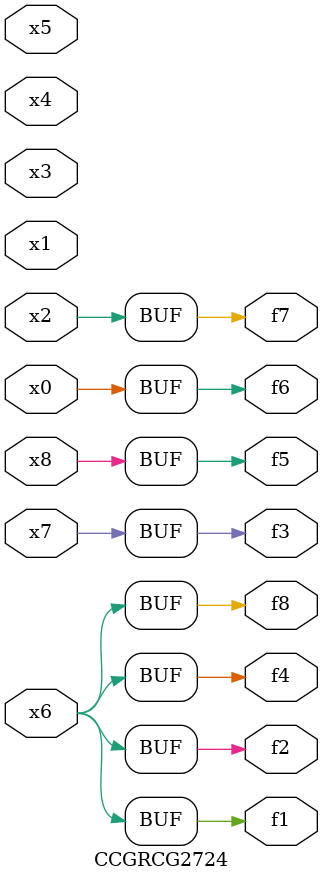
<source format=v>
module CCGRCG2724(
	input x0, x1, x2, x3, x4, x5, x6, x7, x8,
	output f1, f2, f3, f4, f5, f6, f7, f8
);
	assign f1 = x6;
	assign f2 = x6;
	assign f3 = x7;
	assign f4 = x6;
	assign f5 = x8;
	assign f6 = x0;
	assign f7 = x2;
	assign f8 = x6;
endmodule

</source>
